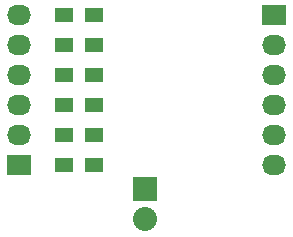
<source format=gbr>
G04 #@! TF.FileFunction,Soldermask,Bot*
%FSLAX46Y46*%
G04 Gerber Fmt 4.6, Leading zero omitted, Abs format (unit mm)*
G04 Created by KiCad (PCBNEW (after 2015-mar-04 BZR unknown)-product) date 9/30/2016 11:23:13 AM*
%MOMM*%
G01*
G04 APERTURE LIST*
%ADD10C,0.150000*%
%ADD11R,1.500000X1.250000*%
%ADD12R,2.032000X1.727200*%
%ADD13O,2.032000X1.727200*%
%ADD14R,2.032000X2.032000*%
%ADD15O,2.032000X2.032000*%
G04 APERTURE END LIST*
D10*
D11*
X36810000Y-25400000D03*
X34310000Y-25400000D03*
X36810000Y-27940000D03*
X34310000Y-27940000D03*
X36810000Y-30480000D03*
X34310000Y-30480000D03*
X36810000Y-33020000D03*
X34310000Y-33020000D03*
X36810000Y-35560000D03*
X34310000Y-35560000D03*
X36810000Y-38100000D03*
X34310000Y-38100000D03*
D12*
X30480000Y-38100000D03*
D13*
X30480000Y-35560000D03*
X30480000Y-33020000D03*
X30480000Y-30480000D03*
X30480000Y-27940000D03*
X30480000Y-25400000D03*
D12*
X52070000Y-25400000D03*
D13*
X52070000Y-27940000D03*
X52070000Y-30480000D03*
X52070000Y-33020000D03*
X52070000Y-35560000D03*
X52070000Y-38100000D03*
D14*
X41148000Y-40132000D03*
D15*
X41148000Y-42672000D03*
M02*

</source>
